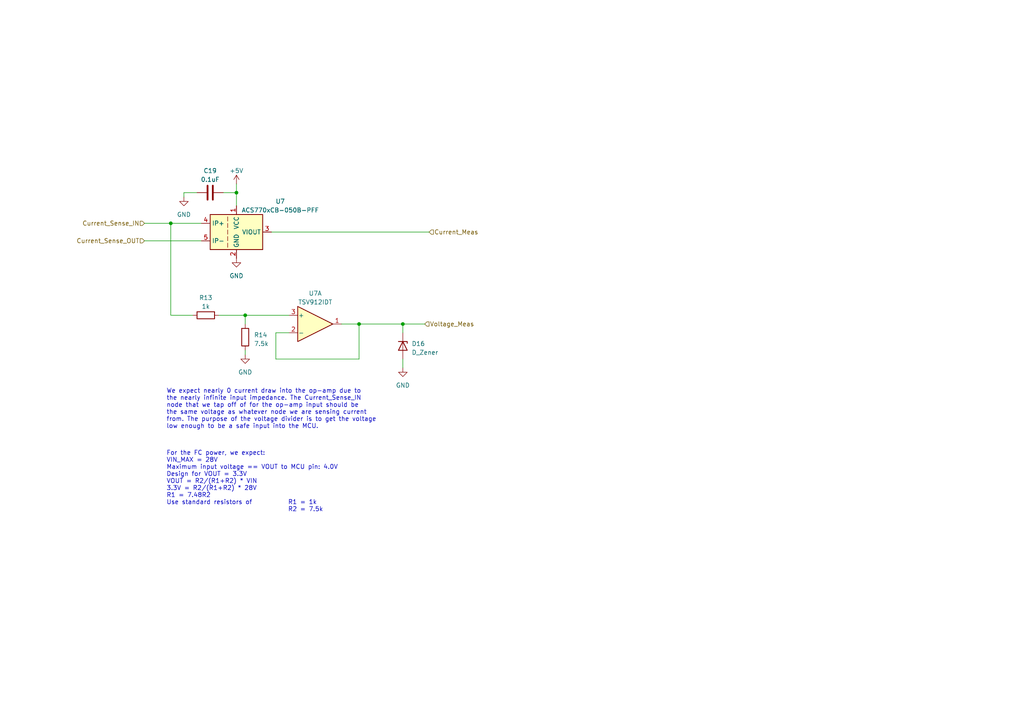
<source format=kicad_sch>
(kicad_sch (version 20230121) (generator eeschema)
  (paper "A4")
  (lib_symbols
    (symbol "Amplifier_Operational:TSV912IDT" (pin_names (offset 0.127))
      (property "Reference" "U" (at 0 5.08 0))
      (property "Value" "TSV912IDT" (at 0 -5.08 0))
      (symbol "TSV912IDT_1_1"
        (polyline (pts (xy -5.08 5.08) (xy 5.08 0) (xy -5.08 -5.08) (xy -5.08 5.08)) (stroke (width 0.254)) (fill (type background)))
        (pin output line (at 7.62 0 180) (length 2.54) (name "~") (number "1"))
        (pin input line (at -7.62 -2.54 0) (length 2.54) (name "-") (number "2"))
        (pin input line (at -7.62 2.54 0) (length 2.54) (name "+") (number "3"))
      )
      (symbol "TSV912IDT_2_1"
        (polyline (pts (xy -5.08 5.08) (xy 5.08 0) (xy -5.08 -5.08) (xy -5.08 5.08)) (stroke (width 0.254)) (fill (type background)))
        (pin input line (at -7.62 2.54 0) (length 2.54) (name "+") (number "5"))
        (pin input line (at -7.62 -2.54 0) (length 2.54) (name "-") (number "6"))
        (pin output line (at 7.62 0 180) (length 2.54) (name "~") (number "7"))
      )
      (symbol "TSV912IDT_3_1"
        (pin power_in line (at -2.54 -7.62 90) (length 3.81) (name "V-") (number "4"))
        (pin power_in line (at -2.54 7.62 270) (length 3.81) (name "V+") (number "8"))
      )
    )
    (symbol "Device:C" (pin_numbers hide) (pin_names (offset 0.254))
      (property "Reference" "C" (at 0.635 2.54 0))
      (property "Value" "C" (at 0.635 -2.54 0))
      (symbol "C_0_1"
        (polyline (pts (xy -2.032 -0.762) (xy 2.032 -0.762)) (stroke (width 0.508)))
        (polyline (pts (xy -2.032 0.762) (xy 2.032 0.762)) (stroke (width 0.508)))
      )
      (symbol "C_1_1"
        (pin passive line (at 0 3.81 270) (length 2.794) (name "~") (number "1"))
        (pin passive line (at 0 -3.81 90) (length 2.794) (name "~") (number "2"))
      )
    )
    (symbol "Device:D_Zener" (pin_numbers hide) (pin_names (offset 1.016) hide)
      (property "Reference" "D" (at 0 2.54 0))
      (property "Value" "D_Zener" (at 0 -2.54 0))
      (symbol "D_Zener_0_1"
        (polyline (pts (xy 1.27 0) (xy -1.27 0)))
        (polyline (pts (xy -1.27 -1.27) (xy -1.27 1.27) (xy -0.762 1.27)) (stroke (width 0.254)))
        (polyline (pts (xy 1.27 -1.27) (xy 1.27 1.27) (xy -1.27 0) (xy 1.27 -1.27)) (stroke (width 0.254)))
      )
      (symbol "D_Zener_1_1"
        (pin passive line (at -3.81 0 0) (length 2.54) (name "K") (number "1"))
        (pin passive line (at 3.81 0 180) (length 2.54) (name "A") (number "2"))
      )
    )
    (symbol "Device:R" (pin_numbers hide) (pin_names (offset 0))
      (property "Reference" "R" (at 2.032 0 90))
      (property "Value" "R" (at 0 0 90))
      (symbol "R_0_1"
        (rectangle (start -1.016 -2.54) (end 1.016 2.54) (stroke (width 0.254)))
      )
      (symbol "R_1_1"
        (pin passive line (at 0 3.81 270) (length 1.27) (name "~") (number "1"))
        (pin passive line (at 0 -3.81 90) (length 1.27) (name "~") (number "2"))
      )
    )
    (symbol "Sensor_Current:ACS770xCB-050B-PFF"
      (property "Reference" "U" (at -7.62 6.35 0))
      (property "Value" "ACS770xCB-050B-PFF" (at 2.54 6.35 0))
      (symbol "ACS770xCB-050B-PFF_0_1"
        (rectangle (start -7.62 5.08) (end 7.62 -5.08) (stroke (width 0.254)) (fill (type background)))
        (polyline (pts (xy -2.54 -3.175) (xy -2.54 -4.445)))
        (polyline (pts (xy -2.54 -1.27) (xy -2.54 -2.54)))
        (polyline (pts (xy -2.54 0.635) (xy -2.54 -0.635)))
        (polyline (pts (xy -2.54 1.27) (xy -2.54 2.54)))
        (polyline (pts (xy -2.54 3.175) (xy -2.54 4.445)))
      )
      (symbol "ACS770xCB-050B-PFF_1_1"
        (pin power_in line (at 0 7.62 270) (length 2.54) (name "VCC") (number "1"))
        (pin power_in line (at 0 -7.62 90) (length 2.54) (name "GND") (number "2"))
        (pin output line (at 10.16 0 180) (length 2.54) (name "VIOUT") (number "3"))
        (pin passive line (at -10.16 2.54 0) (length 2.54) (name "IP+") (number "4"))
        (pin passive line (at -10.16 -2.54 0) (length 2.54) (name "IP-") (number "5"))
      )
    )
    (symbol "power:+5V" (power) (pin_names (offset 0))
      (property "Value" "+5V" (at 0 3.556 0))
      (symbol "+5V_0_1"
        (polyline (pts (xy -0.762 1.27) (xy 0 2.54)))
        (polyline (pts (xy 0 0) (xy 0 2.54)))
        (polyline (pts (xy 0 2.54) (xy 0.762 1.27)))
      )
      (symbol "+5V_1_1"
        (pin power_in line (at 0 0 90) (length 0) hide (name "+5V") (number "1"))
      )
    )
    (symbol "power:GND" (power) (pin_names (offset 0))
      (property "Value" "GND" (at 0 -3.81 0))
      (symbol "GND_0_1"
        (polyline (pts (xy 0 0) (xy 0 -1.27) (xy 1.27 -1.27) (xy 0 -2.54) (xy -1.27 -1.27) (xy 0 -1.27)))
      )
      (symbol "GND_1_1"
        (pin power_in line (at 0 0 270) (length 0) hide (name "GND") (number "1"))
      )
    )
  )
  (junction (at 71.12 91.44))
  (junction (at 49.53 64.77))
  (junction (at 104.14 93.98))
  (junction (at 116.84 93.98))
  (junction (at 68.58 55.88))
  (wire (pts (xy 71.12 91.44) (xy 71.12 93.98)))
  (wire (pts (xy 116.84 104.14) (xy 116.84 106.68)))
  (wire (pts (xy 104.14 93.98) (xy 99.06 93.98)))
  (wire (pts (xy 104.14 104.14) (xy 104.14 93.98)))
  (wire (pts (xy 68.58 55.88) (xy 68.58 59.69)))
  (wire (pts (xy 104.14 93.98) (xy 116.84 93.98)))
  (wire (pts (xy 41.91 64.77) (xy 49.53 64.77)))
  (wire (pts (xy 53.34 55.88) (xy 53.34 57.15)))
  (wire (pts (xy 49.53 91.44) (xy 55.88 91.44)))
  (wire (pts (xy 78.74 67.31) (xy 124.46 67.31)))
  (wire (pts (xy 71.12 91.44) (xy 83.82 91.44)))
  (wire (pts (xy 58.42 69.85) (xy 41.91 69.85)))
  (wire (pts (xy 83.82 96.52) (xy 80.01 96.52)))
  (wire (pts (xy 57.15 55.88) (xy 53.34 55.88)))
  (wire (pts (xy 63.5 91.44) (xy 71.12 91.44)))
  (wire (pts (xy 116.84 93.98) (xy 116.84 96.52)))
  (wire (pts (xy 49.53 64.77) (xy 49.53 91.44)))
  (wire (pts (xy 64.77 55.88) (xy 68.58 55.88)))
  (wire (pts (xy 80.01 96.52) (xy 80.01 104.14)))
  (wire (pts (xy 68.58 53.34) (xy 68.58 55.88)))
  (wire (pts (xy 80.01 104.14) (xy 104.14 104.14)))
  (wire (pts (xy 116.84 93.98) (xy 123.19 93.98)))
  (wire (pts (xy 49.53 64.77) (xy 58.42 64.77)))
  (wire (pts (xy 71.12 101.6) (xy 71.12 102.87)))
  (text "For the FC power, we expect:\nVIN_MAX = 28V\nMaximum input voltage == VOUT to MCU pin: 4.0V\nDesign for VOUT = 3.3V\nVOUT = R2/(R1+R2) * VIN\n3.3V = R2/(R1+R2) * 28V\nR1 = 7.48R2\nUse standard resistors of 	R1 = 1k\n							R2 = 7.5k" (at 48.26 148.59 0) (effects (font (size 1.27 1.27)) (justify left bottom)))
  (text "We expect nearly 0 current draw into the op-amp due to\nthe nearly infinite input impedance. The Current_Sense_IN\nnode that we tap off of for the op-amp input should be\nthe same voltage as whatever node we are sensing current\nfrom. The purpose of the voltage divider is to get the voltage\nlow enough to be a safe input into the MCU." (at 48.26 124.46 0) (effects (font (size 1.27 1.27)) (justify left bottom)))
  (hierarchical_label "Current_Sense_OUT" (shape input) (at 41.91 69.85 180))
  (hierarchical_label "Current_Meas" (shape input) (at 124.46 67.31 0))
  (hierarchical_label "Current_Sense_IN" (shape input) (at 41.91 64.77 180))
  (hierarchical_label "Voltage_Meas" (shape input) (at 123.19 93.98 0))
  (symbol (lib_id "power:+5V") (at 68.58 53.34 0) (unit 1)
    (property "Reference" "#PWR026" (effects hide))
    (property "Value" "+5V" (at 68.58 49.53 0))
    (instances (project "FCBoard" (path "" (reference "#PWR026") (unit 1)) (path "" (reference "#PWR031") (unit 1)) (path "" (reference "#PWR036") (unit 1))))
  )
  (symbol (lib_id "power:GND") (at 71.12 102.87 0) (unit 1)
    (property "Reference" "#PWR028" (effects hide))
    (property "Value" "GND" (at 71.12 107.95 0))
    (instances (project "FCBoard" (path "" (reference "#PWR028") (unit 1)) (path "" (reference "#PWR033") (unit 1)) (path "" (reference "#PWR038") (unit 1))))
  )
  (symbol (lib_id "Amplifier_Operational:TSV912IDT") (at 91.44 93.98 0) (unit 1)
    (property "Reference" "U7" (at 91.44 85.09 0))
    (property "Value" "TSV912IDT" (at 91.44 87.63 0))
    (property "Datasheet" "www.st.com/resource/en/datasheet/tsv911.pdf" (effects hide))
    (instances (project "FCBoard" (path "" (reference "U7") (unit 1)) (path "" (reference "U10") (unit 1)) (path "" (reference "U12") (unit 1))))
  )
  (symbol (lib_id "Device:R") (at 71.12 97.79 0) (unit 1)
    (property "Reference" "R14" (at 73.66 97.155 0) (effects (justify left)))
    (property "Value" "7.5k" (at 73.66 99.695 0) (effects (justify left)))
    (instances (project "FCBoard" (path "" (reference "R14") (unit 1)) (path "" (reference "R16") (unit 1)) (path "" (reference "R18") (unit 1))))
  )
  (symbol (lib_id "power:GND") (at 116.84 106.68 0) (unit 1)
    (property "Reference" "#PWR029" (effects hide))
    (property "Value" "GND" (at 116.84 111.76 0))
    (instances (project "FCBoard" (path "" (reference "#PWR029") (unit 1)) (path "" (reference "#PWR034") (unit 1)) (path "" (reference "#PWR039") (unit 1))))
  )
  (symbol (lib_id "power:GND") (at 53.34 57.15 0) (unit 1)
    (property "Reference" "#PWR027" (effects hide))
    (property "Value" "GND" (at 53.34 62.23 0))
    (instances (project "FCBoard" (path "" (reference "#PWR027") (unit 1)) (path "" (reference "#PWR030") (unit 1)) (path "" (reference "#PWR035") (unit 1))))
  )
  (symbol (lib_id "power:GND") (at 68.58 74.93 0) (unit 1)
    (property "Reference" "#PWR025" (effects hide))
    (property "Value" "GND" (at 68.58 80.01 0))
    (instances (project "FCBoard" (path "" (reference "#PWR025") (unit 1)) (path "" (reference "#PWR032") (unit 1)) (path "" (reference "#PWR037") (unit 1))))
  )
  (symbol (lib_id "Device:R") (at 59.69 91.44 270) (unit 1)
    (property "Reference" "R13" (at 59.69 86.36 90))
    (property "Value" "1k" (at 59.69 88.9 90))
    (instances (project "FCBoard" (path "" (reference "R13") (unit 1)) (path "" (reference "R15") (unit 1)) (path "" (reference "R17") (unit 1))))
  )
  (symbol (lib_id "Device:D_Zener") (at 116.84 100.33 270) (unit 1)
    (property "Reference" "D16" (at 119.38 99.695 90) (effects (justify left)))
    (property "Value" "D_Zener" (at 119.38 102.235 90) (effects (justify left)))
    (instances (project "FCBoard" (path "" (reference "D16") (unit 1)) (path "" (reference "D17") (unit 1)) (path "" (reference "D18") (unit 1))))
  )
  (symbol (lib_id "Sensor_Current:ACS770xCB-050B-PFF") (at 68.58 67.31 0) (unit 1)
    (property "Reference" "U7" (at 81.28 58.42 0))
    (property "Value" "ACS770xCB-050B-PFF" (at 81.28 60.96 0))
    (property "Footprint" "Sensor_Current:Allegro_CB_PFF" (effects hide))
    (property "Datasheet" "http://www.allegromicro.com/~/media/Files/Datasheets/ACS758-Datasheet.ashx?la=en" (effects hide))
    (instances (project "FCBoard" (path "" (reference "U7") (unit 1)) (path "" (reference "U8") (unit 1)) (path "" (reference "U9") (unit 1)) (path "" (reference "U11") (unit 1))))
  )
  (symbol (lib_id "Device:C") (at 60.96 55.88 90) (unit 1)
    (property "Reference" "C19" (at 60.96 49.53 90))
    (property "Value" "0.1uF" (at 60.96 52.07 90))
    (instances (project "FCBoard" (path "" (reference "C19") (unit 1)) (path "" (reference "C20") (unit 1)) (path "" (reference "C21") (unit 1))))
  )
)
</source>
